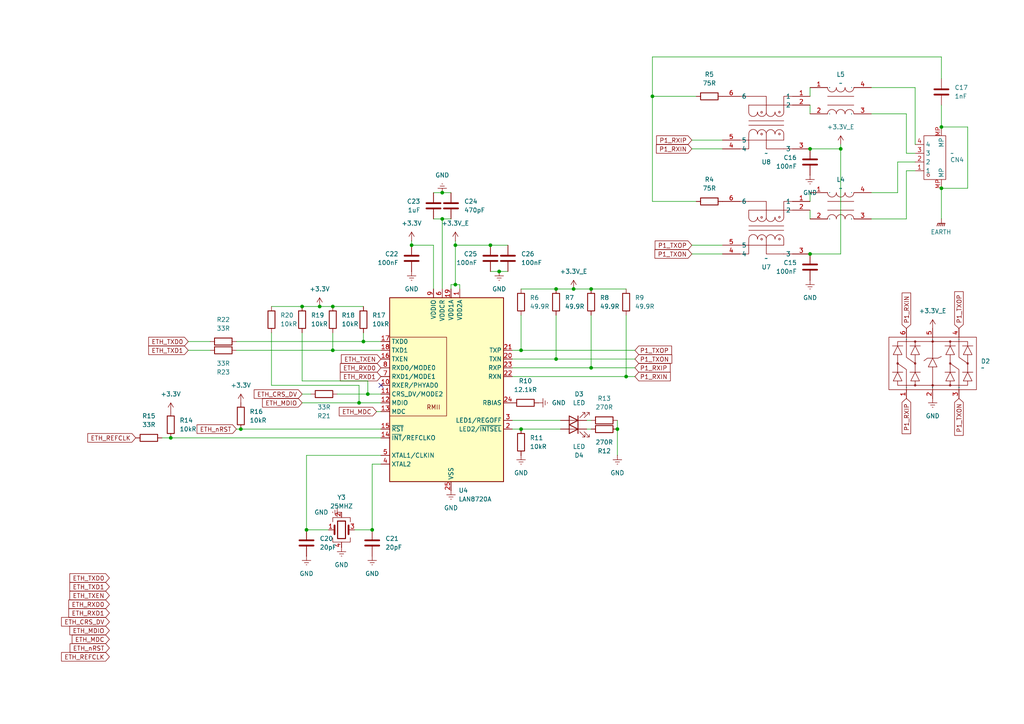
<source format=kicad_sch>
(kicad_sch (version 20231120) (generator "eeschema") (generator_version "8.0")
  (paper "A4")
  (lib_symbols
    (symbol "Device:C" (pin_numbers hide) (pin_names (offset 0.254))
      (property "Reference" "C" (at 0.635 2.54 0))
      (property "Value" "C" (at 0.635 -2.54 0))
      (symbol "C_0_1"
        (polyline (pts (xy -2.032 -0.762) (xy 2.032 -0.762)) (stroke (width 0.508)))
        (polyline (pts (xy -2.032 0.762) (xy 2.032 0.762)) (stroke (width 0.508)))
      )
      (symbol "C_1_1"
        (pin passive line (at 0 3.81 270) (length 2.794) (name "~") (number "1"))
        (pin passive line (at 0 -3.81 90) (length 2.794) (name "~") (number "2"))
      )
    )
    (symbol "Device:Crystal_GND24" (pin_names (offset 1.016) hide)
      (property "Reference" "Y" (at 3.175 5.08 0))
      (property "Value" "Crystal_GND24" (at 3.175 3.175 0))
      (symbol "Crystal_GND24_0_1"
        (rectangle (start -1.143 2.54) (end 1.143 -2.54) (stroke (width 0.3048)))
        (polyline (pts (xy -2.54 0) (xy -2.032 0)))
        (polyline (pts (xy -2.032 -1.27) (xy -2.032 1.27)) (stroke (width 0.508)))
        (polyline (pts (xy 0 -3.81) (xy 0 -3.556)))
        (polyline (pts (xy 0 3.556) (xy 0 3.81)))
        (polyline (pts (xy 2.032 -1.27) (xy 2.032 1.27)) (stroke (width 0.508)))
        (polyline (pts (xy 2.032 0) (xy 2.54 0)))
        (polyline (pts (xy -2.54 -2.286) (xy -2.54 -3.556) (xy 2.54 -3.556) (xy 2.54 -2.286)))
        (polyline (pts (xy -2.54 2.286) (xy -2.54 3.556) (xy 2.54 3.556) (xy 2.54 2.286)))
      )
      (symbol "Crystal_GND24_1_1"
        (pin passive line (at -3.81 0 0) (length 1.27) (name "1") (number "1"))
        (pin passive line (at 0 5.08 270) (length 1.27) (name "2") (number "2"))
        (pin passive line (at 3.81 0 180) (length 1.27) (name "3") (number "3"))
        (pin passive line (at 0 -5.08 90) (length 1.27) (name "4") (number "4"))
      )
    )
    (symbol "Device:LED" (pin_numbers hide) (pin_names (offset 1.016) hide)
      (property "Reference" "D" (at 0 2.54 0))
      (property "Value" "LED" (at 0 -2.54 0))
      (symbol "LED_0_1"
        (polyline (pts (xy -1.27 -1.27) (xy -1.27 1.27)) (stroke (width 0.254)))
        (polyline (pts (xy -1.27 0) (xy 1.27 0)))
        (polyline (pts (xy 1.27 -1.27) (xy 1.27 1.27) (xy -1.27 0) (xy 1.27 -1.27)) (stroke (width 0.254)))
        (polyline (pts (xy -3.048 -0.762) (xy -4.572 -2.286) (xy -3.81 -2.286) (xy -4.572 -2.286) (xy -4.572 -1.524)))
        (polyline (pts (xy -1.778 -0.762) (xy -3.302 -2.286) (xy -2.54 -2.286) (xy -3.302 -2.286) (xy -3.302 -1.524)))
      )
      (symbol "LED_1_1"
        (pin passive line (at -3.81 0 0) (length 2.54) (name "K") (number "1"))
        (pin passive line (at 3.81 0 180) (length 2.54) (name "A") (number "2"))
      )
    )
    (symbol "Device:R" (pin_numbers hide) (pin_names (offset 0))
      (property "Reference" "R" (at 2.032 0 90))
      (property "Value" "R" (at 0 0 90))
      (symbol "R_0_1"
        (rectangle (start -1.016 -2.54) (end 1.016 2.54) (stroke (width 0.254)))
      )
      (symbol "R_1_1"
        (pin passive line (at 0 3.81 270) (length 1.27) (name "~") (number "1"))
        (pin passive line (at 0 -3.81 90) (length 1.27) (name "~") (number "2"))
      )
    )
    (symbol "Interface_Ethernet:LAN8720A"
      (property "Reference" "U" (at -13.97 29.21 0))
      (property "Value" "LAN8720A" (at 15.24 29.21 0))
      (symbol "LAN8720A_0_0"
        (text "RMII" (at -5.08 -3.81 0) (effects (font (size 1.27 1.27))))
      )
      (symbol "LAN8720A_0_1"
        (rectangle (start -17.78 27.94) (end 15.24 -25.4) (stroke (width 0.254)) (fill (type background)))
        (polyline (pts (xy -17.78 -6.35) (xy -1.27 -6.35) (xy -1.27 16.51) (xy -17.78 16.51)))
      )
      (symbol "LAN8720A_1_1"
        (pin power_in line (at 2.54 30.48 270) (length 2.54) (name "VDD2A") (number "1"))
        (pin output line (at -20.32 2.54 0) (length 2.54) (name "RXER/PHYAD0") (number "10"))
        (pin bidirectional line (at -20.32 0 0) (length 2.54) (name "CRS_DV/MODE2") (number "11"))
        (pin bidirectional line (at -20.32 -2.54 0) (length 2.54) (name "MDIO") (number "12"))
        (pin input line (at -20.32 -5.08 0) (length 2.54) (name "MDC") (number "13"))
        (pin output line (at -20.32 -12.7 0) (length 2.54) (name "~{INT}/REFCLKO") (number "14"))
        (pin input line (at -20.32 -10.16 0) (length 2.54) (name "~{RST}") (number "15"))
        (pin input line (at -20.32 10.16 0) (length 2.54) (name "TXEN") (number "16"))
        (pin input line (at -20.32 15.24 0) (length 2.54) (name "TXD0") (number "17"))
        (pin input line (at -20.32 12.7 0) (length 2.54) (name "TXD1") (number "18"))
        (pin power_in line (at 0 30.48 270) (length 2.54) (name "VDD1A") (number "19"))
        (pin bidirectional line (at 17.78 -10.16 180) (length 2.54) (name "LED2/~{INTSEL}") (number "2"))
        (pin bidirectional line (at 17.78 10.16 180) (length 2.54) (name "TXN") (number "20"))
        (pin bidirectional line (at 17.78 12.7 180) (length 2.54) (name "TXP") (number "21"))
        (pin bidirectional line (at 17.78 5.08 180) (length 2.54) (name "RXN") (number "22"))
        (pin bidirectional line (at 17.78 7.62 180) (length 2.54) (name "RXP") (number "23"))
        (pin passive line (at 17.78 -2.54 180) (length 2.54) (name "RBIAS") (number "24"))
        (pin power_in line (at 0 -27.94 90) (length 2.54) (name "VSS") (number "25"))
        (pin bidirectional line (at 17.78 -7.62 180) (length 2.54) (name "LED1/REGOFF") (number "3"))
        (pin output line (at -20.32 -20.32 0) (length 2.54) (name "XTAL2") (number "4"))
        (pin input line (at -20.32 -17.78 0) (length 2.54) (name "XTAL1/CLKIN") (number "5"))
        (pin power_in line (at -2.54 30.48 270) (length 2.54) (name "VDDCR") (number "6"))
        (pin bidirectional line (at -20.32 5.08 0) (length 2.54) (name "RXD1/MODE1") (number "7"))
        (pin bidirectional line (at -20.32 7.62 0) (length 2.54) (name "RXD0/MODE0") (number "8"))
        (pin power_in line (at -5.08 30.48 270) (length 2.54) (name "VDDIO") (number "9"))
      )
    )
    (symbol "Kaiser:ACM2012-900-2P-T002"
      (property "Reference" "L" (at -8.636 5.334 0))
      (symbol "ACM2012-900-2P-T002_1_0"
        (arc (start -3.81 2.54) (mid -2.54 1.27) (end -1.27 2.54))
        (arc (start -1.27 -5.08) (mid -2.54 -3.81) (end -3.81 -5.08))
        (arc (start -1.27 2.54) (mid 0 1.27) (end 1.27 2.54))
        (polyline (pts (xy -3.81 -2.54) (xy 3.81 -2.54)))
        (polyline (pts (xy -3.81 0) (xy 3.81 0)))
        (arc (start 1.27 -5.08) (mid 0 -3.81) (end -1.27 -5.08))
        (arc (start 1.27 2.54) (mid 2.54 1.27) (end 3.81 2.54))
        (arc (start 3.81 -5.08) (mid 2.54 -3.81) (end 1.27 -5.08))
        (pin input line (at -8.89 2.54 0) (length 5.08) (name "1") (number "1"))
        (pin input line (at -8.89 -5.08 0) (length 5.08) (name "2") (number "2"))
        (pin input line (at 8.89 -5.08 180) (length 5.08) (name "3") (number "3"))
        (pin input line (at 8.89 2.54 180) (length 5.08) (name "4") (number "4"))
      )
    )
    (symbol "Kaiser:ALT4532M-171-T001"
      (property "Reference" "U" (at -6.35 13.716 0))
      (symbol "ALT4532M-171-T001_1_0"
        (arc (start -5.08 5.842) (mid -3.81 4.572) (end -2.54 5.842))
        (circle (center -3.81 -0.508) (radius 0.254))
        (circle (center -3.81 5.842) (radius 0.254))
        (arc (start -2.54 -0.508) (mid -3.81 0.762) (end -5.08 -0.508))
        (arc (start -2.54 5.842) (mid -1.27 4.572) (end 0 5.842))
        (arc (start 0 -0.508) (mid -1.27 0.762) (end -2.54 -0.508))
        (polyline (pts (xy -5.08 -2.54) (xy -7.62 -2.54)))
        (polyline (pts (xy -5.08 -2.54) (xy 5.1054 -2.54)))
        (polyline (pts (xy -5.08 -0.508) (xy -5.08 -2.54)))
        (polyline (pts (xy -5.08 2.032) (xy 5.08 2.032)))
        (polyline (pts (xy -5.08 3.302) (xy 5.08 3.302)))
        (polyline (pts (xy -5.08 7.62) (xy -5.08 5.8928)))
        (polyline (pts (xy -5.08 7.62) (xy 5.1308 7.62)))
        (polyline (pts (xy -5.08 10.16) (xy -7.62 10.16)))
        (polyline (pts (xy 0 -5.08) (xy 0 -0.508)))
        (polyline (pts (xy 0 -5.08) (xy 5.08 -5.08)))
        (polyline (pts (xy 0 5.842) (xy 0 7.62)))
        (polyline (pts (xy 5.08 -5.08) (xy 7.62 -5.08)))
        (polyline (pts (xy 5.08 -0.4064) (xy 5.08 -2.54)))
        (polyline (pts (xy 5.08 7.62) (xy 7.62 7.62)))
        (polyline (pts (xy 5.1054 7.6962) (xy 5.0546 5.8928)))
        (polyline (pts (xy -5.08 -2.54) (xy -5.08 -5.08) (xy -5.08 -5.08) (xy -7.62 -5.08)))
        (polyline (pts (xy 0 7.62) (xy 0 10.16) (xy 0 10.16) (xy -5.08 10.16)))
        (polyline (pts (xy 5.08 7.62) (xy 5.08 10.16) (xy 5.08 10.16) (xy 7.62 10.16)))
        (arc (start 0 5.842) (mid 1.27 4.572) (end 2.54 5.842))
        (circle (center 1.3462 -0.4572) (radius 0.254))
        (circle (center 1.3462 5.8674) (radius 0.254))
        (arc (start 2.54 -0.508) (mid 1.27 0.762) (end 0 -0.508))
        (arc (start 2.54 5.842) (mid 3.8107 4.5212) (end 5.0546 5.8674))
        (arc (start 5.08 -0.508) (mid 3.81 0.762) (end 2.54 -0.508))
        (pin unspecified line (at -12.7 -5.08 0) (length 5.08) (name "1") (number "1"))
        (pin unspecified line (at -12.7 -2.54 0) (length 5.08) (name "2") (number "2"))
        (pin unspecified line (at -12.7 10.16 0) (length 5.08) (name "3") (number "3"))
        (pin unspecified line (at 12.7 10.16 180) (length 5.08) (name "4") (number "4"))
        (pin unspecified line (at 12.7 7.62 180) (length 5.08) (name "5") (number "5"))
        (pin unspecified line (at 12.7 -5.08 180) (length 5.08) (name "6") (number "6"))
      )
    )
    (symbol "Kaiser:ETH_ESD"
      (property "Reference" "D" (at -13.208 8.636 0))
      (symbol "ETH_ESD_1_0"
        (rectangle (start -12.7 -7.62) (end 12.7 7.62))
        (circle (center -10.16 0) (radius 0.254))
        (circle (center -5.08 -6.35) (radius 0.254))
        (circle (center -5.08 0) (radius 0.254))
        (circle (center -5.08 6.35) (radius 0.254))
        (circle (center 0 -6.35) (radius 0.254))
        (polyline (pts (xy -11.684 -2.54) (xy -8.636 -2.54)))
        (polyline (pts (xy -11.684 5.08) (xy -8.636 5.08)))
        (polyline (pts (xy -10.16 2.54) (xy -10.16 -2.54)))
        (polyline (pts (xy -6.604 -2.54) (xy -3.556 -2.54)))
        (polyline (pts (xy -6.604 5.08) (xy -3.556 5.08)))
        (polyline (pts (xy -5.08 -5.08) (xy -5.08 -6.35)))
        (polyline (pts (xy -5.08 2.54) (xy -5.08 -2.54)))
        (polyline (pts (xy -5.08 5.08) (xy -5.08 6.35)))
        (polyline (pts (xy 0 -6.35) (xy 0 -7.62)))
        (polyline (pts (xy 0 -1.016) (xy 0 -6.35)))
        (polyline (pts (xy 0 1.524) (xy 0 6.35)))
        (polyline (pts (xy 0 7.62) (xy 0 6.35)))
        (polyline (pts (xy 3.556 -2.54) (xy 6.604 -2.54)))
        (polyline (pts (xy 3.556 5.08) (xy 6.604 5.08)))
        (polyline (pts (xy 5.08 -5.08) (xy 5.08 -6.35)))
        (polyline (pts (xy 5.08 2.54) (xy 5.08 -2.54)))
        (polyline (pts (xy 5.08 5.08) (xy 5.08 6.35)))
        (polyline (pts (xy 8.636 -2.54) (xy 11.684 -2.54)))
        (polyline (pts (xy 8.636 5.08) (xy 11.684 5.08)))
        (polyline (pts (xy 10.16 2.54) (xy 10.16 -2.54)))
        (polyline (pts (xy -10.16 0) (xy -7.62 -1.778) (xy -7.62 -1.778) (xy -7.62 -7.62)))
        (polyline (pts (xy -5.08 0) (xy -7.62 1.778) (xy -7.62 1.778) (xy -7.62 7.62)))
        (polyline (pts (xy 5.08 0) (xy 7.62 -1.778) (xy 7.62 -1.778) (xy 7.62 -7.62)))
        (polyline (pts (xy 10.16 0) (xy 7.62 1.778) (xy 7.62 1.778) (xy 7.62 7.62)))
        (polyline (pts (xy -11.43 -5.08) (xy -10.16 -2.54) (xy -10.16 -2.54) (xy -8.89 -5.08) (xy -8.89 -5.08) (xy -11.43 -5.08)))
        (polyline (pts (xy -11.43 2.54) (xy -10.16 5.08) (xy -10.16 5.08) (xy -8.89 2.54) (xy -8.89 2.54) (xy -11.43 2.54)))
        (polyline (pts (xy -10.16 5.08) (xy -10.16 6.35) (xy -10.16 6.35) (xy 10.16 6.35) (xy 10.16 6.35) (xy 10.16 5.08)))
        (polyline (pts (xy -6.35 -5.08) (xy -5.08 -2.54) (xy -5.08 -2.54) (xy -3.81 -5.08) (xy -3.81 -5.08) (xy -6.35 -5.08)))
        (polyline (pts (xy -6.35 2.54) (xy -5.08 5.08) (xy -5.08 5.08) (xy -3.81 2.54) (xy -3.81 2.54) (xy -6.35 2.54)))
        (polyline (pts (xy -2.54 0.762) (xy -1.524 1.524) (xy -1.524 1.524) (xy 1.524 1.524) (xy 1.524 1.524) (xy 2.54 2.032)))
        (polyline (pts (xy -1.27 -1.016) (xy 0 1.524) (xy 0 1.524) (xy 1.27 -1.016) (xy 1.27 -1.016) (xy -1.27 -1.016)))
        (polyline (pts (xy 3.81 -5.08) (xy 5.08 -2.54) (xy 5.08 -2.54) (xy 6.35 -5.08) (xy 6.35 -5.08) (xy 3.81 -5.08)))
        (polyline (pts (xy 3.81 2.54) (xy 5.08 5.08) (xy 5.08 5.08) (xy 6.35 2.54) (xy 6.35 2.54) (xy 3.81 2.54)))
        (polyline (pts (xy 8.89 -5.08) (xy 10.16 -2.54) (xy 10.16 -2.54) (xy 11.43 -5.08) (xy 11.43 -5.08) (xy 8.89 -5.08)))
        (polyline (pts (xy 8.89 2.54) (xy 10.16 5.08) (xy 10.16 5.08) (xy 11.43 2.54) (xy 11.43 2.54) (xy 8.89 2.54)))
        (polyline (pts (xy 10.16 -5.08) (xy 10.16 -6.35) (xy 10.16 -6.35) (xy -10.16 -6.35) (xy -10.16 -6.35) (xy -10.16 -5.08)))
        (circle (center 0 6.35) (radius 0.254))
        (circle (center 5.08 -6.35) (radius 0.254))
        (circle (center 5.08 0) (radius 0.254))
        (circle (center 5.08 6.35) (radius 0.254))
        (circle (center 10.16 0) (radius 0.254))
        (pin unspecified line (at -7.62 -10.16 90) (length 2.54) (name "1") (number "1"))
        (pin unspecified line (at 0 -10.16 90) (length 2.54) (name "2") (number "2"))
        (pin unspecified line (at 7.62 -10.16 90) (length 2.54) (name "3") (number "3"))
        (pin unspecified line (at 7.62 10.16 270) (length 2.54) (name "4") (number "4"))
        (pin unspecified line (at 0 10.16 270) (length 2.54) (name "5") (number "5"))
        (pin unspecified line (at -7.62 10.16 270) (length 2.54) (name "6") (number "6"))
      )
    )
    (symbol "Kaiser:GH125-04"
      (property "Reference" "CN" (at 6.604 7.366 0))
      (symbol "GH125-04_1_0"
        (rectangle (start -1.27 -6.35) (end 5.08 6.35))
        (circle (center 0 5.08) (radius 0.381))
        (pin unspecified line (at -3.81 3.81 0) (length 2.54) (name "1") (number "1"))
        (pin unspecified line (at -3.81 1.27 0) (length 2.54) (name "2") (number "2"))
        (pin unspecified line (at -3.81 -1.27 0) (length 2.54) (name "3") (number "3"))
        (pin unspecified line (at -3.81 -3.81 0) (length 2.54) (name "4") (number "4"))
        (pin unspecified line (at 3.81 -8.89 90) (length 2.54) (name "MP") (number "MP"))
        (pin unspecified line (at 3.81 8.89 270) (length 2.54) (name "MP") (number "MP"))
      )
    )
    (symbol "power:GNDPWR" (power) (pin_numbers hide) (pin_names (offset 0) hide)
      (property "Value" "GNDPWR" (at 0 -3.302 0))
      (symbol "GNDPWR_0_1"
        (polyline (pts (xy 0 -1.27) (xy 0 0)))
        (polyline (pts (xy -1.016 -1.27) (xy -1.27 -2.032) (xy -1.27 -2.032)) (stroke (width 0.2032)))
        (polyline (pts (xy -0.508 -1.27) (xy -0.762 -2.032) (xy -0.762 -2.032)) (stroke (width 0.2032)))
        (polyline (pts (xy 0 -1.27) (xy -0.254 -2.032) (xy -0.254 -2.032)) (stroke (width 0.2032)))
        (polyline (pts (xy 0.508 -1.27) (xy 0.254 -2.032) (xy 0.254 -2.032)) (stroke (width 0.2032)))
        (polyline (pts (xy 1.016 -1.27) (xy -1.016 -1.27) (xy -1.016 -1.27)) (stroke (width 0.2032)))
        (polyline (pts (xy 1.016 -1.27) (xy 0.762 -2.032) (xy 0.762 -2.032) (xy 0.762 -2.032)) (stroke (width 0.2032)))
      )
      (symbol "GNDPWR_1_1"
        (pin power_in line (at 0 0 270) (length 0) (name "~") (number "1"))
      )
    )
    (symbol "power:GNDREF" (power) (pin_numbers hide) (pin_names (offset 0) hide)
      (property "Value" "GNDREF" (at 0 -3.81 0))
      (symbol "GNDREF_0_1"
        (polyline (pts (xy -0.635 -1.905) (xy 0.635 -1.905)))
        (polyline (pts (xy -0.127 -2.54) (xy 0.127 -2.54)))
        (polyline (pts (xy 0 -1.27) (xy 0 0)))
        (polyline (pts (xy 1.27 -1.27) (xy -1.27 -1.27)))
      )
      (symbol "GNDREF_1_1"
        (pin power_in line (at 0 0 270) (length 0) (name "~") (number "1"))
      )
    )
    (symbol "power:VCC" (power) (pin_numbers hide) (pin_names (offset 0) hide)
      (property "Value" "VCC" (at 0 3.556 0))
      (symbol "VCC_0_1"
        (polyline (pts (xy -0.762 1.27) (xy 0 2.54)))
        (polyline (pts (xy 0 0) (xy 0 2.54)))
        (polyline (pts (xy 0 2.54) (xy 0.762 1.27)))
      )
      (symbol "VCC_1_1"
        (pin power_in line (at 0 0 90) (length 0) (name "~") (number "1"))
      )
    )
  )
  (junction (at 87.63 88.9))
  (junction (at 128.27 55.88))
  (junction (at 144.78 78.74))
  (junction (at 96.52 88.9))
  (junction (at 161.29 104.14))
  (junction (at 234.95 73.66))
  (junction (at 161.29 83.82))
  (junction (at 49.53 127))
  (junction (at 171.45 83.82))
  (junction (at 189.23 27.94))
  (junction (at 69.85 124.46))
  (junction (at 151.13 124.46))
  (junction (at 273.05 36.83))
  (junction (at 107.95 153.67))
  (junction (at 128.27 63.5))
  (junction (at 142.24 71.12))
  (junction (at 243.84 43.18))
  (junction (at 166.37 83.82))
  (junction (at 273.05 54.61))
  (junction (at 181.61 109.22))
  (junction (at 106.68 114.3))
  (junction (at 119.38 71.12))
  (junction (at 179.07 124.46))
  (junction (at 132.08 82.55))
  (junction (at 88.9 153.67))
  (junction (at 171.45 106.68))
  (junction (at 96.52 101.6))
  (junction (at 234.95 43.18))
  (junction (at 92.71 88.9))
  (junction (at 105.41 99.06))
  (junction (at 132.08 71.12))
  (junction (at 151.13 101.6))
  (junction (at 104.14 116.84))
  (no_connect (at 110.49 111.76))
  (wire (pts (xy 260.35 55.88) (xy 260.35 46.99)))
  (wire (pts (xy 87.63 110.49) (xy 106.68 110.49)))
  (wire (pts (xy 148.59 121.92) (xy 162.56 121.92)))
  (wire (pts (xy 97.79 114.3) (xy 106.68 114.3)))
  (wire (pts (xy 171.45 91.44) (xy 171.45 106.68)))
  (wire (pts (xy 142.24 71.12) (xy 147.32 71.12)))
  (wire (pts (xy 151.13 124.46) (xy 162.56 124.46)))
  (wire (pts (xy 106.68 110.49) (xy 106.68 114.3)))
  (wire (pts (xy 107.95 134.62) (xy 107.95 153.67)))
  (wire (pts (xy 128.27 55.88) (xy 125.73 55.88)))
  (wire (pts (xy 189.23 58.42) (xy 189.23 27.94)))
  (wire (pts (xy 54.61 99.06) (xy 60.96 99.06)))
  (wire (pts (xy 280.67 54.61) (xy 280.67 36.83)))
  (wire (pts (xy 189.23 27.94) (xy 201.93 27.94)))
  (wire (pts (xy 88.9 132.08) (xy 88.9 153.67)))
  (wire (pts (xy 189.23 27.94) (xy 189.23 16.51)))
  (wire (pts (xy 54.61 101.6) (xy 60.96 101.6)))
  (wire (pts (xy 68.58 124.46) (xy 69.85 124.46)))
  (wire (pts (xy 96.52 101.6) (xy 110.49 101.6)))
  (wire (pts (xy 105.41 96.52) (xy 105.41 99.06)))
  (wire (pts (xy 104.14 111.76) (xy 104.14 116.84)))
  (wire (pts (xy 87.63 116.84) (xy 104.14 116.84)))
  (wire (pts (xy 200.66 43.18) (xy 209.55 43.18)))
  (wire (pts (xy 144.78 78.74) (xy 142.24 78.74)))
  (wire (pts (xy 130.81 83.82) (xy 130.81 82.55)))
  (wire (pts (xy 170.18 121.92) (xy 171.45 121.92)))
  (wire (pts (xy 179.07 121.92) (xy 179.07 124.46)))
  (wire (pts (xy 184.15 106.68) (xy 171.45 106.68)))
  (wire (pts (xy 201.93 58.42) (xy 189.23 58.42)))
  (wire (pts (xy 200.66 73.66) (xy 209.55 73.66)))
  (wire (pts (xy 132.08 71.12) (xy 132.08 82.55)))
  (wire (pts (xy 262.89 63.5) (xy 262.89 49.53)))
  (wire (pts (xy 243.84 43.18) (xy 243.84 73.66)))
  (wire (pts (xy 189.23 16.51) (xy 273.05 16.51)))
  (wire (pts (xy 262.89 44.45) (xy 262.89 33.02)))
  (wire (pts (xy 110.49 132.08) (xy 88.9 132.08)))
  (wire (pts (xy 102.87 153.67) (xy 107.95 153.67)))
  (wire (pts (xy 273.05 16.51) (xy 273.05 22.86)))
  (wire (pts (xy 128.27 63.5) (xy 128.27 83.82)))
  (wire (pts (xy 106.68 114.3) (xy 110.49 114.3)))
  (wire (pts (xy 68.58 101.6) (xy 96.52 101.6)))
  (wire (pts (xy 128.27 63.5) (xy 130.81 63.5)))
  (wire (pts (xy 179.07 124.46) (xy 179.07 132.08)))
  (wire (pts (xy 200.66 40.64) (xy 209.55 40.64)))
  (wire (pts (xy 265.43 44.45) (xy 262.89 44.45)))
  (wire (pts (xy 243.84 73.66) (xy 234.95 73.66)))
  (wire (pts (xy 147.32 78.74) (xy 144.78 78.74)))
  (wire (pts (xy 107.95 134.62) (xy 110.49 134.62)))
  (wire (pts (xy 151.13 91.44) (xy 151.13 101.6)))
  (wire (pts (xy 280.67 36.83) (xy 273.05 36.83)))
  (wire (pts (xy 105.41 99.06) (xy 110.49 99.06)))
  (wire (pts (xy 125.73 63.5) (xy 128.27 63.5)))
  (wire (pts (xy 273.05 30.48) (xy 273.05 36.83)))
  (wire (pts (xy 125.73 71.12) (xy 119.38 71.12)))
  (wire (pts (xy 243.84 43.18) (xy 243.84 41.91)))
  (wire (pts (xy 166.37 83.82) (xy 161.29 83.82)))
  (wire (pts (xy 125.73 71.12) (xy 125.73 83.82)))
  (wire (pts (xy 119.38 69.85) (xy 119.38 71.12)))
  (wire (pts (xy 265.43 25.4) (xy 252.73 25.4)))
  (wire (pts (xy 87.63 114.3) (xy 90.17 114.3)))
  (wire (pts (xy 234.95 25.4) (xy 234.95 27.94)))
  (wire (pts (xy 87.63 96.52) (xy 87.63 110.49)))
  (wire (pts (xy 184.15 101.6) (xy 151.13 101.6)))
  (wire (pts (xy 252.73 63.5) (xy 262.89 63.5)))
  (wire (pts (xy 265.43 41.91) (xy 265.43 25.4)))
  (wire (pts (xy 133.35 82.55) (xy 133.35 83.82)))
  (wire (pts (xy 181.61 91.44) (xy 181.61 109.22)))
  (wire (pts (xy 262.89 33.02) (xy 252.73 33.02)))
  (wire (pts (xy 260.35 55.88) (xy 252.73 55.88)))
  (wire (pts (xy 170.18 124.46) (xy 171.45 124.46)))
  (wire (pts (xy 260.35 46.99) (xy 265.43 46.99)))
  (wire (pts (xy 49.53 127) (xy 110.49 127)))
  (wire (pts (xy 234.95 30.48) (xy 234.95 33.02)))
  (wire (pts (xy 132.08 71.12) (xy 142.24 71.12)))
  (wire (pts (xy 96.52 96.52) (xy 96.52 101.6)))
  (wire (pts (xy 92.71 88.9) (xy 87.63 88.9)))
  (wire (pts (xy 262.89 49.53) (xy 265.43 49.53)))
  (wire (pts (xy 148.59 124.46) (xy 151.13 124.46)))
  (wire (pts (xy 46.99 127) (xy 49.53 127)))
  (wire (pts (xy 234.95 55.88) (xy 234.95 58.42)))
  (wire (pts (xy 181.61 109.22) (xy 148.59 109.22)))
  (wire (pts (xy 181.61 83.82) (xy 171.45 83.82)))
  (wire (pts (xy 68.58 99.06) (xy 105.41 99.06)))
  (wire (pts (xy 105.41 88.9) (xy 96.52 88.9)))
  (wire (pts (xy 234.95 60.96) (xy 234.95 63.5)))
  (wire (pts (xy 109.22 119.38) (xy 110.49 119.38)))
  (wire (pts (xy 273.05 54.61) (xy 273.05 63.5)))
  (wire (pts (xy 69.85 124.46) (xy 110.49 124.46)))
  (wire (pts (xy 104.14 116.84) (xy 110.49 116.84)))
  (wire (pts (xy 151.13 101.6) (xy 148.59 101.6)))
  (wire (pts (xy 171.45 106.68) (xy 148.59 106.68)))
  (wire (pts (xy 184.15 109.22) (xy 181.61 109.22)))
  (wire (pts (xy 92.71 88.9) (xy 96.52 88.9)))
  (wire (pts (xy 161.29 83.82) (xy 151.13 83.82)))
  (wire (pts (xy 87.63 88.9) (xy 78.74 88.9)))
  (wire (pts (xy 78.74 96.52) (xy 78.74 111.76)))
  (wire (pts (xy 273.05 54.61) (xy 280.67 54.61)))
  (wire (pts (xy 88.9 153.67) (xy 95.25 153.67)))
  (wire (pts (xy 243.84 43.18) (xy 234.95 43.18)))
  (wire (pts (xy 132.08 82.55) (xy 133.35 82.55)))
  (wire (pts (xy 130.81 82.55) (xy 132.08 82.55)))
  (wire (pts (xy 184.15 104.14) (xy 161.29 104.14)))
  (wire (pts (xy 128.27 55.88) (xy 130.81 55.88)))
  (wire (pts (xy 161.29 91.44) (xy 161.29 104.14)))
  (wire (pts (xy 161.29 104.14) (xy 148.59 104.14)))
  (wire (pts (xy 200.66 71.12) (xy 209.55 71.12)))
  (wire (pts (xy 78.74 111.76) (xy 104.14 111.76)))
  (wire (pts (xy 171.45 83.82) (xy 166.37 83.82)))
  (wire (pts (xy 132.08 69.85) (xy 132.08 71.12)))
  (global_label "P1_RXIP" (shape input) (at 184.15 106.68 0) (property "Intersheetrefs" "${INTERSHEET_REFS}" (effects (hide yes))))
  (global_label "ETH_RXD0" (shape input) (at 110.49 106.68 180) (property "Intersheetrefs" "${INTERSHEET_REFS}" (effects (hide yes))))
  (global_label "P1_TXOP" (shape input) (at 184.15 101.6 0) (property "Intersheetrefs" "${INTERSHEET_REFS}" (effects (hide yes))))
  (global_label "P1_RXIN" (shape input) (at 184.15 109.22 0) (property "Intersheetrefs" "${INTERSHEET_REFS}" (effects (hide yes))))
  (global_label "ETH_nRST" (shape input) (at 31.75 187.96 180) (property "Intersheetrefs" "${INTERSHEET_REFS}" (effects (hide yes))))
  (global_label "ETH_CRS_DV" (shape input) (at 31.75 180.34 180) (property "Intersheetrefs" "${INTERSHEET_REFS}" (effects (hide yes))))
  (global_label "ETH_REFCLK" (shape input) (at 39.37 127 180) (property "Intersheetrefs" "${INTERSHEET_REFS}" (effects (hide yes))))
  (global_label "P1_TXON" (shape input) (at 200.66 73.66 180) (property "Intersheetrefs" "${INTERSHEET_REFS}" (effects (hide yes))))
  (global_label "P1_TXOP" (shape input) (at 200.66 71.12 180) (property "Intersheetrefs" "${INTERSHEET_REFS}" (effects (hide yes))))
  (global_label "ETH_MDC" (shape input) (at 109.22 119.38 180) (property "Intersheetrefs" "${INTERSHEET_REFS}" (effects (hide yes))))
  (global_label "P1_TXOP" (shape input) (at 278.13 95.25 90) (property "Intersheetrefs" "${INTERSHEET_REFS}" (effects (hide yes))))
  (global_label "P1_RXIP" (shape input) (at 200.66 40.64 180) (property "Intersheetrefs" "${INTERSHEET_REFS}" (effects (hide yes))))
  (global_label "ETH_TXD0" (shape input) (at 31.75 167.64 180) (property "Intersheetrefs" "${INTERSHEET_REFS}" (effects (hide yes))))
  (global_label "ETH_TXEN" (shape input) (at 31.75 172.72 180) (property "Intersheetrefs" "${INTERSHEET_REFS}" (effects (hide yes))))
  (global_label "P1_TXON" (shape input) (at 184.15 104.14 0) (property "Intersheetrefs" "${INTERSHEET_REFS}" (effects (hide yes))))
  (global_label "ETH_MDC" (shape input) (at 31.75 185.42 180) (property "Intersheetrefs" "${INTERSHEET_REFS}" (effects (hide yes))))
  (global_label "ETH_TXEN" (shape input) (at 110.49 104.14 180) (property "Intersheetrefs" "${INTERSHEET_REFS}" (effects (hide yes))))
  (global_label "P1_TXON" (shape input) (at 278.13 115.57 270) (property "Intersheetrefs" "${INTERSHEET_REFS}" (effects (hide yes))))
  (global_label "ETH_TXD1" (shape input) (at 31.75 170.18 180) (property "Intersheetrefs" "${INTERSHEET_REFS}" (effects (hide yes))))
  (global_label "P1_RXIP" (shape input) (at 262.89 115.57 270) (property "Intersheetrefs" "${INTERSHEET_REFS}" (effects (hide yes))))
  (global_label "ETH_MDIO" (shape input) (at 87.63 116.84 180) (property "Intersheetrefs" "${INTERSHEET_REFS}" (effects (hide yes))))
  (global_label "ETH_TXD1" (shape input) (at 54.61 101.6 180) (property "Intersheetrefs" "${INTERSHEET_REFS}" (effects (hide yes))))
  (global_label "ETH_RXD1" (shape input) (at 110.49 109.22 180) (property "Intersheetrefs" "${INTERSHEET_REFS}" (effects (hide yes))))
  (global_label "ETH_RXD0" (shape input) (at 31.75 175.26 180) (property "Intersheetrefs" "${INTERSHEET_REFS}" (effects (hide yes))))
  (global_label "ETH_MDIO" (shape input) (at 31.75 182.88 180) (property "Intersheetrefs" "${INTERSHEET_REFS}" (effects (hide yes))))
  (global_label "ETH_nRST" (shape input) (at 68.58 124.46 180) (property "Intersheetrefs" "${INTERSHEET_REFS}" (effects (hide yes))))
  (global_label "P1_RXIN" (shape input) (at 200.66 43.18 180) (property "Intersheetrefs" "${INTERSHEET_REFS}" (effects (hide yes))))
  (global_label "P1_RXIN" (shape input) (at 262.89 95.25 90) (property "Intersheetrefs" "${INTERSHEET_REFS}" (effects (hide yes))))
  (global_label "ETH_TXD0" (shape input) (at 54.61 99.06 180) (property "Intersheetrefs" "${INTERSHEET_REFS}" (effects (hide yes))))
  (global_label "ETH_REFCLK" (shape input) (at 31.75 190.5 180) (property "Intersheetrefs" "${INTERSHEET_REFS}" (effects (hide yes))))
  (global_label "ETH_RXD1" (shape input) (at 31.75 177.8 180) (property "Intersheetrefs" "${INTERSHEET_REFS}" (effects (hide yes))))
  (global_label "ETH_CRS_DV" (shape input) (at 87.63 114.3 180) (property "Intersheetrefs" "${INTERSHEET_REFS}" (effects (hide yes))))
  (symbol (lib_id "Device:R") (at 105.41 92.71 0) (unit 1)
    (property "Reference" "R17" (at 107.95 91.4399 0) (effects (justify left)))
    (property "Value" "10kR" (at 107.95 93.9799 0) (effects (justify left)))
    (property "Footprint" "Kaiser:R_0402_1005Metric" (effects (hide yes)))
    (property "Description" "Resistor" (effects (hide yes)))
  )
  (symbol (lib_id "Device:R") (at 64.77 101.6 90) (mirror x) (unit 1)
    (property "Reference" "R23" (at 64.77 107.95 90))
    (property "Value" "33R" (at 64.77 105.41 90))
    (property "Footprint" "Kaiser:R_0402_1005Metric" (effects (hide yes)))
    (property "Description" "Resistor" (effects (hide yes)))
  )
  (symbol (lib_id "power:GNDREF") (at 99.06 148.59 270) (unit 1)
    (property "Reference" "#PWR046" (effects (hide yes)))
    (property "Value" "GND" (at 95.25 148.5899 90) (effects (justify right)))
    (property "Description" "Power symbol creates a global label with name \"GNDREF\" , reference supply ground" (effects (hide yes)))
  )
  (symbol (lib_id "Kaiser:GH125-04") (at 269.24 45.72 0) (mirror x) (unit 1)
    (property "Reference" "CN4" (at 275.59 46.3551 0) (effects (justify left)))
    (property "Value" "~" (at 275.59 44.45 0) (effects (justify left)))
    (property "Footprint" "Connector_JST:JST_GH_SM04B-GHS-TB_1x04-1MP_P1.25mm_Horizontal" (effects (hide yes)))
  )
  (symbol (lib_id "Device:R") (at 175.26 121.92 270) (unit 1)
    (property "Reference" "R13" (at 175.26 115.57 90))
    (property "Value" "270R" (at 175.26 118.11 90))
    (property "Footprint" "Kaiser:R_0402_1005Metric" (effects (hide yes)))
    (property "Description" "Resistor" (effects (hide yes)))
  )
  (symbol (lib_id "Device:R") (at 96.52 92.71 0) (unit 1)
    (property "Reference" "R18" (at 99.06 91.4399 0) (effects (justify left)))
    (property "Value" "10kR" (at 99.06 93.9799 0) (effects (justify left)))
    (property "Footprint" "Kaiser:R_0402_1005Metric" (effects (hide yes)))
    (property "Description" "Resistor" (effects (hide yes)))
  )
  (symbol (lib_id "power:VCC") (at 166.37 83.82 0) (unit 1)
    (property "Reference" "#PWR044" (effects (hide yes)))
    (property "Value" "+3.3V_E" (at 166.37 78.74 0))
    (property "Description" "Power symbol creates a global label with name \"VCC\"" (effects (hide yes)))
  )
  (symbol (lib_id "power:GNDREF") (at 151.13 132.08 0) (unit 1)
    (property "Reference" "#PWR056" (effects (hide yes)))
    (property "Value" "GND" (at 151.13 137.16 0))
    (property "Description" "Power symbol creates a global label with name \"GNDREF\" , reference supply ground" (effects (hide yes)))
  )
  (symbol (lib_id "Device:R") (at 205.74 58.42 90) (unit 1)
    (property "Reference" "R4" (at 205.74 52.07 90))
    (property "Value" "75R" (at 205.74 54.61 90))
    (property "Footprint" "Kaiser:R_0402_1005Metric" (effects (hide yes)))
    (property "Description" "Resistor" (effects (hide yes)))
  )
  (symbol (lib_id "power:VCC") (at 132.08 69.85 0) (unit 1)
    (property "Reference" "#PWR050" (effects (hide yes)))
    (property "Value" "+3.3V_E" (at 132.08 64.77 0))
    (property "Description" "Power symbol creates a global label with name \"VCC\"" (effects (hide yes)))
  )
  (symbol (lib_id "Device:C") (at 142.24 74.93 0) (mirror y) (unit 1)
    (property "Reference" "C25" (at 138.43 73.6599 0) (effects (justify left)))
    (property "Value" "100nF" (at 138.43 76.1999 0) (effects (justify left)))
    (property "Footprint" "Kaiser:C_0402_1005Metric" (effects (hide yes)))
    (property "Description" "Unpolarized capacitor" (effects (hide yes)))
  )
  (symbol (lib_id "power:GNDREF") (at 128.27 55.88 180) (unit 1)
    (property "Reference" "#PWR052" (effects (hide yes)))
    (property "Value" "GND" (at 128.27 50.8 0))
    (property "Description" "Power symbol creates a global label with name \"GNDREF\" , reference supply ground" (effects (hide yes)))
  )
  (symbol (lib_id "power:VCC") (at 243.84 41.91 0) (unit 1)
    (property "Reference" "#PWR0192" (effects (hide yes)))
    (property "Value" "+3.3V_E" (at 243.84 36.83 0))
    (property "Description" "Power symbol creates a global label with name \"VCC\"" (effects (hide yes)))
  )
  (symbol (lib_id "Device:LED") (at 166.37 124.46 0) (mirror y) (unit 1)
    (property "Reference" "D4" (at 167.9575 132.08 0))
    (property "Value" "LED" (at 167.9575 129.54 0))
    (property "Footprint" "Kaiser:LED_0402_1005Metric" (effects (hide yes)))
    (property "Description" "Light emitting diode" (effects (hide yes)))
  )
  (symbol (lib_id "power:GNDREF") (at 270.51 115.57 0) (mirror y) (unit 1)
    (property "Reference" "#PWR038" (effects (hide yes)))
    (property "Value" "GND" (at 270.51 120.65 0))
    (property "Description" "Power symbol creates a global label with name \"GNDREF\" , reference supply ground" (effects (hide yes)))
  )
  (symbol (lib_id "power:GNDREF") (at 234.95 81.28 0) (mirror y) (unit 1)
    (property "Reference" "#PWR035" (effects (hide yes)))
    (property "Value" "GND" (at 234.95 86.36 0))
    (property "Description" "Power symbol creates a global label with name \"GNDREF\" , reference supply ground" (effects (hide yes)))
  )
  (symbol (lib_id "Device:R") (at 64.77 99.06 90) (unit 1)
    (property "Reference" "R22" (at 64.77 92.71 90))
    (property "Value" "33R" (at 64.77 95.25 90))
    (property "Footprint" "Kaiser:R_0402_1005Metric" (effects (hide yes)))
    (property "Description" "Resistor" (effects (hide yes)))
  )
  (symbol (lib_id "Kaiser:ACM2012-900-2P-T002") (at 243.84 27.94 0) (unit 1)
    (property "Reference" "L5" (at 243.84 21.59 0))
    (property "Value" "~" (at 243.84 24.13 0))
    (property "Footprint" "Kaiser:IND-SMD_4P-L2.0-W1.2-TL" (effects (hide yes)))
  )
  (symbol (lib_id "Device:C") (at 107.95 157.48 0) (unit 1)
    (property "Reference" "C21" (at 111.76 156.2099 0) (effects (justify left)))
    (property "Value" "20pF" (at 111.76 158.7499 0) (effects (justify left)))
    (property "Footprint" "Kaiser:C_0402_1005Metric" (effects (hide yes)))
    (property "Description" "Unpolarized capacitor" (effects (hide yes)))
  )
  (symbol (lib_id "Device:R") (at 181.61 87.63 180) (unit 1)
    (property "Reference" "R9" (at 184.15 86.3599 0) (effects (justify right)))
    (property "Value" "49.9R" (at 184.15 88.8999 0) (effects (justify right)))
    (property "Footprint" "Kaiser:R_0402_1005Metric" (effects (hide yes)))
    (property "Description" "Resistor" (effects (hide yes)))
  )
  (symbol (lib_id "power:GNDREF") (at 119.38 78.74 0) (unit 1)
    (property "Reference" "#PWR051" (effects (hide yes)))
    (property "Value" "GND" (at 119.38 83.82 0))
    (property "Description" "Power symbol creates a global label with name \"GNDREF\" , reference supply ground" (effects (hide yes)))
  )
  (symbol (lib_id "Device:R") (at 49.53 123.19 0) (unit 1)
    (property "Reference" "R14" (at 52.07 121.9199 0) (effects (justify left)))
    (property "Value" "10kR" (at 52.07 124.4599 0) (effects (justify left)))
    (property "Footprint" "Kaiser:R_0402_1005Metric" (effects (hide yes)))
    (property "Description" "Resistor" (effects (hide yes)))
  )
  (symbol (lib_id "power:GNDREF") (at 130.81 142.24 0) (mirror y) (unit 1)
    (property "Reference" "#PWR049" (effects (hide yes)))
    (property "Value" "GND" (at 130.81 147.32 0))
    (property "Description" "Power symbol creates a global label with name \"GNDREF\" , reference supply ground" (effects (hide yes)))
  )
  (symbol (lib_id "Device:R") (at 69.85 120.65 0) (unit 1)
    (property "Reference" "R16" (at 72.39 119.3799 0) (effects (justify left)))
    (property "Value" "10kR" (at 72.39 121.9199 0) (effects (justify left)))
    (property "Footprint" "Kaiser:R_0402_1005Metric" (effects (hide yes)))
    (property "Description" "Resistor" (effects (hide yes)))
  )
  (symbol (lib_id "power:GNDREF") (at 99.06 158.75 0) (unit 1)
    (property "Reference" "#PWR047" (effects (hide yes)))
    (property "Value" "GND" (at 99.06 163.83 0))
    (property "Description" "Power symbol creates a global label with name \"GNDREF\" , reference supply ground" (effects (hide yes)))
  )
  (symbol (lib_id "power:GNDREF") (at 88.9 161.29 0) (mirror y) (unit 1)
    (property "Reference" "#PWR045" (effects (hide yes)))
    (property "Value" "GND" (at 88.9 166.37 0))
    (property "Description" "Power symbol creates a global label with name \"GNDREF\" , reference supply ground" (effects (hide yes)))
  )
  (symbol (lib_id "power:VCC") (at 49.53 119.38 0) (unit 1)
    (property "Reference" "#PWR058" (effects (hide yes)))
    (property "Value" "+3.3V" (at 49.53 114.3 0))
    (property "Description" "Power symbol creates a global label with name \"VCC\"" (effects (hide yes)))
  )
  (symbol (lib_id "power:GNDREF") (at 179.07 132.08 0) (unit 1)
    (property "Reference" "#PWR057" (effects (hide yes)))
    (property "Value" "GND" (at 179.07 137.16 0))
    (property "Description" "Power symbol creates a global label with name \"GNDREF\" , reference supply ground" (effects (hide yes)))
  )
  (symbol (lib_id "Device:LED") (at 166.37 121.92 180) (unit 1)
    (property "Reference" "D3" (at 167.9575 114.3 0))
    (property "Value" "LED" (at 167.9575 116.84 0))
    (property "Footprint" "Kaiser:LED_0402_1005Metric" (effects (hide yes)))
    (property "Description" "Light emitting diode" (effects (hide yes)))
  )
  (symbol (lib_id "Device:C") (at 88.9 157.48 0) (unit 1)
    (property "Reference" "C20" (at 92.71 156.2099 0) (effects (justify left)))
    (property "Value" "20pF" (at 92.71 158.7499 0) (effects (justify left)))
    (property "Footprint" "Kaiser:C_0402_1005Metric" (effects (hide yes)))
    (property "Description" "Unpolarized capacitor" (effects (hide yes)))
  )
  (symbol (lib_id "Kaiser:ALT4532M-171-T001") (at 222.25 63.5 180) (unit 1)
    (property "Reference" "U7" (at 222.25 77.47 0))
    (property "Value" "~" (at 222.25 74.93 0))
    (property "Footprint" "Kaiser:FILTER-SMD_6P-L4.5-W3.2-P0.65" (effects (hide yes)))
  )
  (symbol (lib_id "Kaiser:ALT4532M-171-T001") (at 222.25 33.02 180) (unit 1)
    (property "Reference" "U8" (at 222.25 46.99 0))
    (property "Value" "~" (at 222.25 44.45 0))
    (property "Footprint" "Kaiser:FILTER-SMD_6P-L4.5-W3.2-P0.65" (effects (hide yes)))
  )
  (symbol (lib_id "power:GNDREF") (at 144.78 78.74 0) (unit 1)
    (property "Reference" "#PWR055" (effects (hide yes)))
    (property "Value" "GND" (at 144.78 83.82 0))
    (property "Description" "Power symbol creates a global label with name \"GNDREF\" , reference supply ground" (effects (hide yes)))
  )
  (symbol (lib_id "power:GNDREF") (at 234.95 50.8 0) (mirror y) (unit 1)
    (property "Reference" "#PWR036" (effects (hide yes)))
    (property "Value" "GND" (at 234.95 55.88 0))
    (property "Description" "Power symbol creates a global label with name \"GNDREF\" , reference supply ground" (effects (hide yes)))
  )
  (symbol (lib_id "Kaiser:ETH_ESD") (at 270.51 105.41 0) (unit 1)
    (property "Reference" "D2" (at 284.48 104.7749 0) (effects (justify left)))
    (property "Value" "~" (at 284.48 106.68 0) (effects (justify left)))
    (property "Footprint" "Kaiser:SOT-23-6_L2.9-W1.6-P0.95-LS2.8-BL" (effects (hide yes)))
  )
  (symbol (lib_id "Device:C") (at 125.73 59.69 0) (mirror x) (unit 1)
    (property "Reference" "C23" (at 121.92 58.4199 0) (effects (justify right)))
    (property "Value" "1uF" (at 121.92 60.9599 0) (effects (justify right)))
    (property "Footprint" "Kaiser:C_0402_1005Metric" (effects (hide yes)))
    (property "Description" "Unpolarized capacitor" (effects (hide yes)))
  )
  (symbol (lib_id "Device:R") (at 43.18 127 90) (unit 1)
    (property "Reference" "R15" (at 43.18 120.65 90))
    (property "Value" "33R" (at 43.18 123.19 90))
    (property "Footprint" "Kaiser:R_0402_1005Metric" (effects (hide yes)))
    (property "Description" "Resistor" (effects (hide yes)))
  )
  (symbol (lib_id "Device:C") (at 234.95 46.99 0) (mirror y) (unit 1)
    (property "Reference" "C16" (at 231.14 45.7199 0) (effects (justify left)))
    (property "Value" "100nF" (at 231.14 48.2599 0) (effects (justify left)))
    (property "Footprint" "Kaiser:C_0402_1005Metric" (effects (hide yes)))
    (property "Description" "Unpolarized capacitor" (effects (hide yes)))
  )
  (symbol (lib_id "power:GNDREF") (at 156.21 116.84 90) (unit 1)
    (property "Reference" "#PWR053" (effects (hide yes)))
    (property "Value" "GND" (at 160.02 116.8399 90) (effects (justify right)))
    (property "Description" "Power symbol creates a global label with name \"GNDREF\" , reference supply ground" (effects (hide yes)))
  )
  (symbol (lib_id "Device:R") (at 93.98 114.3 90) (mirror x) (unit 1)
    (property "Reference" "R21" (at 93.98 120.65 90))
    (property "Value" "33R" (at 93.98 118.11 90))
    (property "Footprint" "Kaiser:R_0402_1005Metric" (effects (hide yes)))
    (property "Description" "Resistor" (effects (hide yes)))
  )
  (symbol (lib_id "Device:C") (at 147.32 74.93 0) (unit 1)
    (property "Reference" "C26" (at 151.13 73.6599 0) (effects (justify left)))
    (property "Value" "100nF" (at 151.13 76.1999 0) (effects (justify left)))
    (property "Footprint" "Kaiser:C_0402_1005Metric" (effects (hide yes)))
    (property "Description" "Unpolarized capacitor" (effects (hide yes)))
  )
  (symbol (lib_id "Device:C") (at 130.81 59.69 180) (unit 1)
    (property "Reference" "C24" (at 134.62 58.4199 0) (effects (justify right)))
    (property "Value" "470pF" (at 134.62 60.9599 0) (effects (justify right)))
    (property "Footprint" "Kaiser:C_0402_1005Metric" (effects (hide yes)))
    (property "Description" "Unpolarized capacitor" (effects (hide yes)))
  )
  (symbol (lib_id "power:VCC") (at 69.85 116.84 0) (unit 1)
    (property "Reference" "#PWR059" (effects (hide yes)))
    (property "Value" "+3.3V" (at 69.85 111.76 0))
    (property "Description" "Power symbol creates a global label with name \"VCC\"" (effects (hide yes)))
  )
  (symbol (lib_id "Device:R") (at 161.29 87.63 180) (unit 1)
    (property "Reference" "R7" (at 163.83 86.3599 0) (effects (justify right)))
    (property "Value" "49.9R" (at 163.83 88.8999 0) (effects (justify right)))
    (property "Footprint" "Kaiser:R_0402_1005Metric" (effects (hide yes)))
    (property "Description" "Resistor" (effects (hide yes)))
  )
  (symbol (lib_id "Device:R") (at 205.74 27.94 90) (unit 1)
    (property "Reference" "R5" (at 205.74 21.59 90))
    (property "Value" "75R" (at 205.74 24.13 90))
    (property "Footprint" "Kaiser:R_0402_1005Metric" (effects (hide yes)))
    (property "Description" "Resistor" (effects (hide yes)))
  )
  (symbol (lib_id "power:VCC") (at 119.38 69.85 0) (unit 1)
    (property "Reference" "#PWR054" (effects (hide yes)))
    (property "Value" "+3.3V" (at 119.38 64.77 0))
    (property "Description" "Power symbol creates a global label with name \"VCC\"" (effects (hide yes)))
  )
  (symbol (lib_id "power:VCC") (at 92.71 88.9 0) (unit 1)
    (property "Reference" "#PWR060" (effects (hide yes)))
    (property "Value" "+3.3V" (at 92.71 83.82 0))
    (property "Description" "Power symbol creates a global label with name \"VCC\"" (effects (hide yes)))
  )
  (symbol (lib_id "Interface_Ethernet:LAN8720A") (at 130.81 114.3 0) (unit 1)
    (property "Reference" "U4" (at 133.0041 142.24 0) (effects (justify left)))
    (property "Value" "LAN8720A" (at 133.0041 144.78 0) (effects (justify left)))
    (property "Footprint" "Package_DFN_QFN:VQFN-24-1EP_4x4mm_P0.5mm_EP2.45x2.45mm_ThermalVias" (effects (hide yes)))
    (property "Datasheet" "http://ww1.microchip.com/downloads/en/DeviceDoc/8720a.pdf" (effects (hide yes)))
    (property "Description" "LAN8720 Ethernet PHY with RMII interface, QFN-24" (effects (hide yes)))
  )
  (symbol (lib_id "Device:R") (at 87.63 92.71 0) (unit 1)
    (property "Reference" "R19" (at 90.17 91.4399 0) (effects (justify left)))
    (property "Value" "10kR" (at 90.17 93.9799 0) (effects (justify left)))
    (property "Footprint" "Kaiser:R_0402_1005Metric" (effects (hide yes)))
    (property "Description" "Resistor" (effects (hide yes)))
  )
  (symbol (lib_id "Kaiser:ACM2012-900-2P-T002") (at 243.84 58.42 0) (unit 1)
    (property "Reference" "L4" (at 243.84 52.07 0))
    (property "Value" "~" (at 243.84 54.61 0))
    (property "Footprint" "Kaiser:IND-SMD_4P-L2.0-W1.2-TL" (effects (hide yes)))
  )
  (symbol (lib_id "Device:R") (at 152.4 116.84 270) (unit 1)
    (property "Reference" "R10" (at 152.4 110.49 90))
    (property "Value" "12.1kR" (at 152.4 113.03 90))
    (property "Footprint" "Kaiser:R_0402_1005Metric" (effects (hide yes)))
    (property "Description" "Resistor" (effects (hide yes)))
  )
  (symbol (lib_id "Device:C") (at 234.95 77.47 0) (mirror y) (unit 1)
    (property "Reference" "C15" (at 231.14 76.1999 0) (effects (justify left)))
    (property "Value" "100nF" (at 231.14 78.7399 0) (effects (justify left)))
    (property "Footprint" "Kaiser:C_0402_1005Metric" (effects (hide yes)))
    (property "Description" "Unpolarized capacitor" (effects (hide yes)))
  )
  (symbol (lib_id "Device:R") (at 151.13 87.63 180) (unit 1)
    (property "Reference" "R6" (at 153.67 86.3599 0) (effects (justify right)))
    (property "Value" "49.9R" (at 153.67 88.8999 0) (effects (justify right)))
    (property "Footprint" "Kaiser:R_0402_1005Metric" (effects (hide yes)))
    (property "Description" "Resistor" (effects (hide yes)))
  )
  (symbol (lib_id "Device:C") (at 273.05 26.67 0) (unit 1)
    (property "Reference" "C17" (at 276.86 25.3999 0) (effects (justify left)))
    (property "Value" "1nF" (at 276.86 27.9399 0) (effects (justify left)))
    (property "Footprint" "Kaiser:C_0402_1005Metric" (effects (hide yes)))
    (property "Description" "Unpolarized capacitor" (effects (hide yes)))
  )
  (symbol (lib_id "power:GNDPWR") (at 273.05 63.5 0) (unit 1)
    (property "Reference" "#PWR037" (effects (hide yes)))
    (property "Value" "EARTH" (at 272.923 67.31 0))
    (property "Description" "Power symbol creates a global label with name \"GNDPWR\" , global ground" (effects (hide yes)))
  )
  (symbol (lib_id "power:VCC") (at 270.51 95.25 0) (unit 1)
    (property "Reference" "#PWR039" (effects (hide yes)))
    (property "Value" "+3.3V_E" (at 270.51 90.17 0))
    (property "Description" "Power symbol creates a global label with name \"VCC\"" (effects (hide yes)))
  )
  (symbol (lib_id "Device:R") (at 175.26 124.46 270) (mirror x) (unit 1)
    (property "Reference" "R12" (at 175.26 130.81 90))
    (property "Value" "270R" (at 175.26 128.27 90))
    (property "Footprint" "Kaiser:R_0402_1005Metric" (effects (hide yes)))
    (property "Description" "Resistor" (effects (hide yes)))
  )
  (symbol (lib_id "Device:C") (at 119.38 74.93 0) (mirror y) (unit 1)
    (property "Reference" "C22" (at 115.57 73.6599 0) (effects (justify left)))
    (property "Value" "100nF" (at 115.57 76.1999 0) (effects (justify left)))
    (property "Footprint" "Kaiser:C_0402_1005Metric" (effects (hide yes)))
    (property "Description" "Unpolarized capacitor" (effects (hide yes)))
  )
  (symbol (lib_id "Device:Crystal_GND24") (at 99.06 153.67 0) (unit 1)
    (property "Reference" "Y3" (at 99.06 144.272 0))
    (property "Value" "25MHZ" (at 99.06 146.812 0))
    (property "Footprint" "Kaiser:Crystal_SMD_2520-4Pin_2.5x2.0mm" (effects (hide yes)))
    (property "Description" "Four pin crystal, GND on pins 2 and 4" (effects (hide yes)))
  )
  (symbol (lib_id "Device:R") (at 78.74 92.71 0) (unit 1)
    (property "Reference" "R20" (at 81.28 91.4399 0) (effects (justify left)))
    (property "Value" "10kR" (at 81.28 93.9799 0) (effects (justify left)))
    (property "Footprint" "Kaiser:R_0402_1005Metric" (effects (hide yes)))
    (property "Description" "Resistor" (effects (hide yes)))
  )
  (symbol (lib_id "Device:R") (at 151.13 128.27 0) (unit 1)
    (property "Reference" "R11" (at 153.67 126.9999 0) (effects (justify left)))
    (property "Value" "10kR" (at 153.67 129.5399 0) (effects (justify left)))
    (property "Footprint" "Kaiser:R_0402_1005Metric" (effects (hide yes)))
    (property "Description" "Resistor" (effects (hide yes)))
  )
  (symbol (lib_id "Device:R") (at 171.45 87.63 180) (unit 1)
    (property "Reference" "R8" (at 173.99 86.3599 0) (effects (justify right)))
    (property "Value" "49.9R" (at 173.99 88.8999 0) (effects (justify right)))
    (property "Footprint" "Kaiser:R_0402_1005Metric" (effects (hide yes)))
    (property "Description" "Resistor" (effects (hide yes)))
  )
  (symbol (lib_id "power:GNDREF") (at 107.95 161.29 0) (mirror y) (unit 1)
    (property "Reference" "#PWR048" (effects (hide yes)))
    (property "Value" "GND" (at 107.95 166.37 0))
    (property "Description" "Power symbol creates a global label with name \"GNDREF\" , reference supply ground" (effects (hide yes)))
  )
)
</source>
